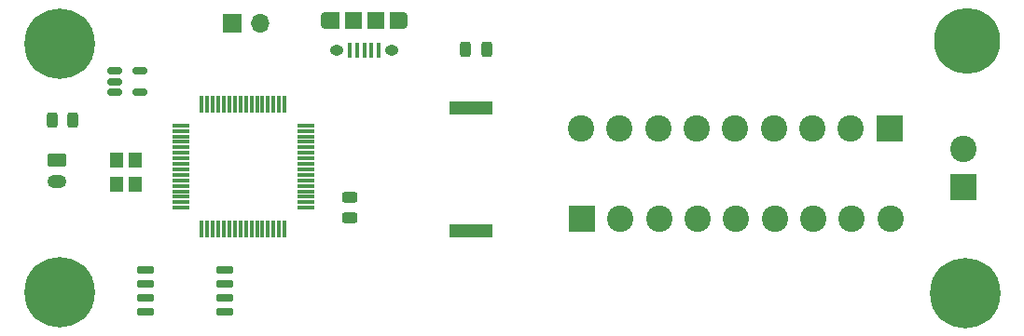
<source format=gbr>
%TF.GenerationSoftware,KiCad,Pcbnew,(6.0.1)*%
%TF.CreationDate,2022-04-25T15:24:58-05:00*%
%TF.ProjectId,Airbrake Controller,41697262-7261-46b6-9520-436f6e74726f,rev?*%
%TF.SameCoordinates,Original*%
%TF.FileFunction,Soldermask,Top*%
%TF.FilePolarity,Negative*%
%FSLAX46Y46*%
G04 Gerber Fmt 4.6, Leading zero omitted, Abs format (unit mm)*
G04 Created by KiCad (PCBNEW (6.0.1)) date 2022-04-25 15:24:58*
%MOMM*%
%LPD*%
G01*
G04 APERTURE LIST*
G04 Aperture macros list*
%AMRoundRect*
0 Rectangle with rounded corners*
0 $1 Rounding radius*
0 $2 $3 $4 $5 $6 $7 $8 $9 X,Y pos of 4 corners*
0 Add a 4 corners polygon primitive as box body*
4,1,4,$2,$3,$4,$5,$6,$7,$8,$9,$2,$3,0*
0 Add four circle primitives for the rounded corners*
1,1,$1+$1,$2,$3*
1,1,$1+$1,$4,$5*
1,1,$1+$1,$6,$7*
1,1,$1+$1,$8,$9*
0 Add four rect primitives between the rounded corners*
20,1,$1+$1,$2,$3,$4,$5,0*
20,1,$1+$1,$4,$5,$6,$7,0*
20,1,$1+$1,$6,$7,$8,$9,0*
20,1,$1+$1,$8,$9,$2,$3,0*%
G04 Aperture macros list end*
%ADD10R,2.400000X2.400000*%
%ADD11C,2.400000*%
%ADD12C,0.800000*%
%ADD13C,6.400000*%
%ADD14RoundRect,0.150000X0.650000X0.150000X-0.650000X0.150000X-0.650000X-0.150000X0.650000X-0.150000X0*%
%ADD15R,1.700000X1.700000*%
%ADD16O,1.700000X1.700000*%
%ADD17RoundRect,0.243750X-0.243750X-0.456250X0.243750X-0.456250X0.243750X0.456250X-0.243750X0.456250X0*%
%ADD18RoundRect,0.250000X-0.625000X0.350000X-0.625000X-0.350000X0.625000X-0.350000X0.625000X0.350000X0*%
%ADD19O,1.750000X1.200000*%
%ADD20RoundRect,0.243750X0.243750X0.456250X-0.243750X0.456250X-0.243750X-0.456250X0.243750X-0.456250X0*%
%ADD21R,1.200000X1.400000*%
%ADD22RoundRect,0.243750X0.456250X-0.243750X0.456250X0.243750X-0.456250X0.243750X-0.456250X-0.243750X0*%
%ADD23C,6.000000*%
%ADD24R,4.000000X1.200000*%
%ADD25RoundRect,0.150000X-0.512500X-0.150000X0.512500X-0.150000X0.512500X0.150000X-0.512500X0.150000X0*%
%ADD26RoundRect,0.075000X-0.700000X-0.075000X0.700000X-0.075000X0.700000X0.075000X-0.700000X0.075000X0*%
%ADD27RoundRect,0.075000X-0.075000X-0.700000X0.075000X-0.700000X0.075000X0.700000X-0.075000X0.700000X0*%
%ADD28R,0.400000X1.350000*%
%ADD29R,1.500000X1.550000*%
%ADD30O,0.890000X1.550000*%
%ADD31R,1.200000X1.550000*%
%ADD32O,1.250000X0.950000*%
G04 APERTURE END LIST*
D10*
%TO.C,J5*%
X193013074Y-103511751D03*
D11*
X193013074Y-100011751D03*
%TD*%
D12*
%TO.C,H2*%
X108552362Y-113093895D03*
X113352362Y-113093895D03*
X112649418Y-111396839D03*
X110952362Y-110693895D03*
X110952362Y-115493895D03*
X109255306Y-111396839D03*
X112649418Y-114790951D03*
D13*
X110952362Y-113093895D03*
D12*
X109255306Y-114790951D03*
%TD*%
D14*
%TO.C,U2*%
X125895922Y-114869838D03*
X125895922Y-113599838D03*
X125895922Y-112329838D03*
X125895922Y-111059838D03*
X118695922Y-111059838D03*
X118695922Y-112329838D03*
X118695922Y-113599838D03*
X118695922Y-114869838D03*
%TD*%
D15*
%TO.C,J1*%
X126618406Y-88577368D03*
D16*
X129158406Y-88577368D03*
%TD*%
D17*
%TO.C,D1*%
X110244223Y-97404776D03*
X112119223Y-97404776D03*
%TD*%
D18*
%TO.C,J2*%
X110695863Y-101013057D03*
D19*
X110695863Y-103013057D03*
%TD*%
D20*
%TO.C,D3*%
X149686104Y-90940910D03*
X147811104Y-90940910D03*
%TD*%
D12*
%TO.C,H1*%
X110941341Y-88043383D03*
D13*
X110941341Y-90443383D03*
D12*
X113341341Y-90443383D03*
X110941341Y-92843383D03*
X109244285Y-88746327D03*
X112638397Y-88746327D03*
X108541341Y-90443383D03*
X112638397Y-92140439D03*
X109244285Y-92140439D03*
%TD*%
D21*
%TO.C,Y1*%
X116078198Y-101040139D03*
X116078198Y-103240139D03*
X117778198Y-103240139D03*
X117778198Y-101040139D03*
%TD*%
D22*
%TO.C,D2*%
X137239183Y-106311435D03*
X137239183Y-104436435D03*
%TD*%
D12*
%TO.C,H3*%
X194924017Y-88639387D03*
X193333027Y-92480377D03*
X195583027Y-90230377D03*
D23*
X193333027Y-90230377D03*
D12*
X191742037Y-88639387D03*
X191742037Y-91821367D03*
X193333027Y-87980377D03*
X191083027Y-90230377D03*
X194924017Y-91821367D03*
%TD*%
D24*
%TO.C,BZ1*%
X148320374Y-107464544D03*
X148320374Y-96264544D03*
%TD*%
D12*
%TO.C,H4*%
X190721534Y-113115426D03*
X191424478Y-114812482D03*
X194818590Y-111418370D03*
X195521534Y-113115426D03*
X191424478Y-111418370D03*
X194818590Y-114812482D03*
X193121534Y-110715426D03*
X193121534Y-115515426D03*
D13*
X193121534Y-113115426D03*
%TD*%
D25*
%TO.C,U1*%
X115970080Y-92955010D03*
X115970080Y-93905010D03*
X115970080Y-94855010D03*
X118245080Y-94855010D03*
X118245080Y-92955010D03*
%TD*%
D26*
%TO.C,U3*%
X121928812Y-97884272D03*
X121928812Y-98384272D03*
X121928812Y-98884272D03*
X121928812Y-99384272D03*
X121928812Y-99884272D03*
X121928812Y-100384272D03*
X121928812Y-100884272D03*
X121928812Y-101384272D03*
X121928812Y-101884272D03*
X121928812Y-102384272D03*
X121928812Y-102884272D03*
X121928812Y-103384272D03*
X121928812Y-103884272D03*
X121928812Y-104384272D03*
X121928812Y-104884272D03*
X121928812Y-105384272D03*
D27*
X123853812Y-107309272D03*
X124353812Y-107309272D03*
X124853812Y-107309272D03*
X125353812Y-107309272D03*
X125853812Y-107309272D03*
X126353812Y-107309272D03*
X126853812Y-107309272D03*
X127353812Y-107309272D03*
X127853812Y-107309272D03*
X128353812Y-107309272D03*
X128853812Y-107309272D03*
X129353812Y-107309272D03*
X129853812Y-107309272D03*
X130353812Y-107309272D03*
X130853812Y-107309272D03*
X131353812Y-107309272D03*
D26*
X133278812Y-105384272D03*
X133278812Y-104884272D03*
X133278812Y-104384272D03*
X133278812Y-103884272D03*
X133278812Y-103384272D03*
X133278812Y-102884272D03*
X133278812Y-102384272D03*
X133278812Y-101884272D03*
X133278812Y-101384272D03*
X133278812Y-100884272D03*
X133278812Y-100384272D03*
X133278812Y-99884272D03*
X133278812Y-99384272D03*
X133278812Y-98884272D03*
X133278812Y-98384272D03*
X133278812Y-97884272D03*
D27*
X131353812Y-95959272D03*
X130853812Y-95959272D03*
X130353812Y-95959272D03*
X129853812Y-95959272D03*
X129353812Y-95959272D03*
X128853812Y-95959272D03*
X128353812Y-95959272D03*
X127853812Y-95959272D03*
X127353812Y-95959272D03*
X126853812Y-95959272D03*
X126353812Y-95959272D03*
X125853812Y-95959272D03*
X125353812Y-95959272D03*
X124853812Y-95959272D03*
X124353812Y-95959272D03*
X123853812Y-95959272D03*
%TD*%
D28*
%TO.C,J3*%
X139912258Y-91059857D03*
X139262258Y-91059857D03*
X138612258Y-91059857D03*
X137962258Y-91059857D03*
X137312258Y-91059857D03*
D29*
X139612258Y-88359857D03*
D30*
X142112258Y-88359857D03*
D31*
X135712258Y-88359857D03*
X141512258Y-88359857D03*
D32*
X136112258Y-91059857D03*
X141112258Y-91059857D03*
D29*
X137612258Y-88359857D03*
D30*
X135112258Y-88359857D03*
%TD*%
D10*
%TO.C,J7*%
X158361601Y-106389591D03*
D11*
X161861601Y-106389591D03*
X165361601Y-106389591D03*
X168861601Y-106389591D03*
X172361601Y-106389591D03*
X175861601Y-106389591D03*
X179361601Y-106389591D03*
X182861601Y-106389591D03*
X186361601Y-106389591D03*
%TD*%
D10*
%TO.C,J6*%
X186268636Y-98185760D03*
D11*
X182768636Y-98185760D03*
X179268636Y-98185760D03*
X175768636Y-98185760D03*
X172268636Y-98185760D03*
X168768636Y-98185760D03*
X165268636Y-98185760D03*
X161768636Y-98185760D03*
X158268636Y-98185760D03*
%TD*%
M02*

</source>
